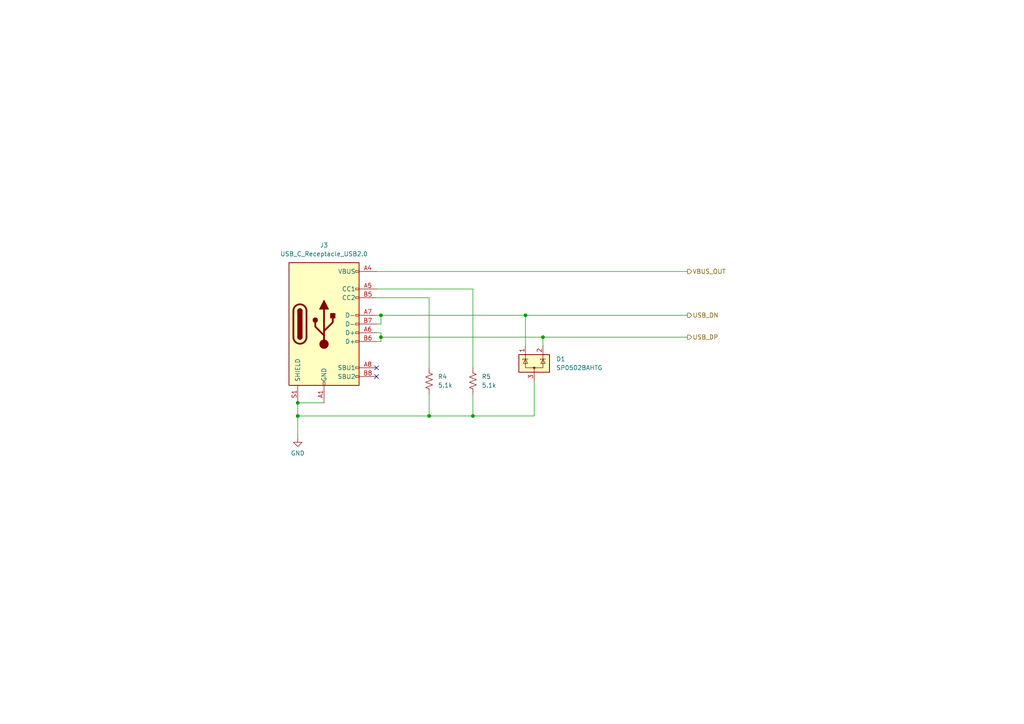
<source format=kicad_sch>
(kicad_sch (version 20211123) (generator eeschema)
  (paper "A4")
  (title_block (title "USB Port") (rev "A") (company "Matthew Mirvish") (comment 1 "MWatch -- a cool smartwatch"))
  (lib_symbols
    (symbol "Connector:USB_C_Receptacle_USB2.0" (pin_names (offset 1.016))
      (property "Reference" "J" (at -10.16 19.05 0))
      (property "Value" "USB_C_Receptacle_USB2.0" (at 19.05 19.05 0))
      (symbol "USB_C_Receptacle_USB2.0_0_0"
        (rectangle (start -0.254 -17.78) (end 0.254 -16.764))
        (rectangle (start 10.16 -14.986) (end 9.144 -15.494))
        (rectangle (start 10.16 -12.446) (end 9.144 -12.954))
        (rectangle (start 10.16 -4.826) (end 9.144 -5.334))
        (rectangle (start 10.16 -2.286) (end 9.144 -2.794))
        (rectangle (start 10.16 0.254) (end 9.144 -0.254))
        (rectangle (start 10.16 2.794) (end 9.144 2.286))
        (rectangle (start 10.16 7.874) (end 9.144 7.366))
        (rectangle (start 10.16 10.414) (end 9.144 9.906))
        (rectangle (start 10.16 15.494) (end 9.144 14.986))
      )
      (symbol "USB_C_Receptacle_USB2.0_0_1"
        (rectangle (start -10.16 17.78) (end 10.16 -17.78) (stroke (width 0.254)) (fill (type background)))
        (arc (start -8.89 -3.81) (mid -6.985 -5.715) (end -5.08 -3.81) (stroke (width 0.508)))
        (arc (start -7.62 -3.81) (mid -6.985 -4.445) (end -6.35 -3.81) (stroke (width 0.254)))
        (arc (start -7.62 -3.81) (mid -6.985 -4.445) (end -6.35 -3.81) (stroke (width 0.254)) (fill (type outline)))
        (rectangle (start -7.62 -3.81) (end -6.35 3.81) (stroke (width 0.254)) (fill (type outline)))
        (arc (start -6.35 3.81) (mid -6.985 4.445) (end -7.62 3.81) (stroke (width 0.254)))
        (arc (start -6.35 3.81) (mid -6.985 4.445) (end -7.62 3.81) (stroke (width 0.254)) (fill (type outline)))
        (arc (start -5.08 3.81) (mid -6.985 5.715) (end -8.89 3.81) (stroke (width 0.508)))
        (circle (center -2.54 1.143) (radius 0.635) (stroke (width 0.254)) (fill (type outline)))
        (circle (center 0 -5.842) (radius 1.27) (fill (type outline)))
        (polyline (pts (xy -8.89 -3.81) (xy -8.89 3.81)) (stroke (width 0.508)))
        (polyline (pts (xy -5.08 3.81) (xy -5.08 -3.81)) (stroke (width 0.508)))
        (polyline (pts (xy 0 -5.842) (xy 0 4.318)) (stroke (width 0.508)))
        (polyline (pts (xy 0 -3.302) (xy -2.54 -0.762) (xy -2.54 0.508)) (stroke (width 0.508)))
        (polyline (pts (xy 0 -2.032) (xy 2.54 0.508) (xy 2.54 1.778)) (stroke (width 0.508)))
        (polyline (pts (xy -1.27 4.318) (xy 0 6.858) (xy 1.27 4.318) (xy -1.27 4.318)) (stroke (width 0.254)) (fill (type outline)))
        (rectangle (start 1.905 1.778) (end 3.175 3.048) (stroke (width 0.254)) (fill (type outline)))
      )
      (symbol "USB_C_Receptacle_USB2.0_1_1"
        (pin passive line (at 0 -22.86 90) (length 5.08) (name "GND") (number "A1"))
        (pin passive line (at 0 -22.86 90) (length 5.08) hide (name "GND") (number "A12"))
        (pin passive line (at 15.24 15.24 180) (length 5.08) (name "VBUS") (number "A4"))
        (pin bidirectional line (at 15.24 10.16 180) (length 5.08) (name "CC1") (number "A5"))
        (pin bidirectional line (at 15.24 -2.54 180) (length 5.08) (name "D+") (number "A6"))
        (pin bidirectional line (at 15.24 2.54 180) (length 5.08) (name "D-") (number "A7"))
        (pin bidirectional line (at 15.24 -12.7 180) (length 5.08) (name "SBU1") (number "A8"))
        (pin passive line (at 15.24 15.24 180) (length 5.08) hide (name "VBUS") (number "A9"))
        (pin passive line (at 0 -22.86 90) (length 5.08) hide (name "GND") (number "B1"))
        (pin passive line (at 0 -22.86 90) (length 5.08) hide (name "GND") (number "B12"))
        (pin passive line (at 15.24 15.24 180) (length 5.08) hide (name "VBUS") (number "B4"))
        (pin bidirectional line (at 15.24 7.62 180) (length 5.08) (name "CC2") (number "B5"))
        (pin bidirectional line (at 15.24 -5.08 180) (length 5.08) (name "D+") (number "B6"))
        (pin bidirectional line (at 15.24 0 180) (length 5.08) (name "D-") (number "B7"))
        (pin bidirectional line (at 15.24 -15.24 180) (length 5.08) (name "SBU2") (number "B8"))
        (pin passive line (at 15.24 15.24 180) (length 5.08) hide (name "VBUS") (number "B9"))
        (pin passive line (at -7.62 -22.86 90) (length 5.08) (name "SHIELD") (number "S1"))
      )
    )
    (symbol "Device:R_US" (pin_numbers hide) (pin_names (offset 0))
      (property "Reference" "R" (at 2.54 0 90))
      (property "Value" "R_US" (at -2.54 0 90))
      (symbol "R_US_0_1"
        (polyline (pts (xy 0 -2.286) (xy 0 -2.54)))
        (polyline (pts (xy 0 2.286) (xy 0 2.54)))
        (polyline (pts (xy 0 -0.762) (xy 1.016 -1.143) (xy 0 -1.524) (xy -1.016 -1.905) (xy 0 -2.286)))
        (polyline (pts (xy 0 0.762) (xy 1.016 0.381) (xy 0 0) (xy -1.016 -0.381) (xy 0 -0.762)))
        (polyline (pts (xy 0 2.286) (xy 1.016 1.905) (xy 0 1.524) (xy -1.016 1.143) (xy 0 0.762)))
      )
      (symbol "R_US_1_1"
        (pin passive line (at 0 3.81 270) (length 1.27) (name "~") (number "1"))
        (pin passive line (at 0 -3.81 90) (length 1.27) (name "~") (number "2"))
      )
    )
    (symbol "Power_Protection:SP0502BAHT" (pin_names hide)
      (property "Reference" "D" (at 5.715 2.54 0))
      (property "Value" "SP0502BAHT" (at 5.715 0.635 0))
      (symbol "SP0502BAHT_0_0"
        (pin passive line (at 0 -5.08 90) (length 2.54) (name "A") (number "3"))
      )
      (symbol "SP0502BAHT_0_1"
        (rectangle (start -4.445 2.54) (end 4.445 -2.54) (stroke (width 0.254)) (fill (type background)))
        (circle (center 0 -1.27) (radius 0.254) (fill (type outline)))
        (polyline (pts (xy -2.54 2.54) (xy -2.54 1.27)))
        (polyline (pts (xy 0 -1.27) (xy 0 -2.54)))
        (polyline (pts (xy 2.54 2.54) (xy 2.54 1.27)))
        (polyline (pts (xy -3.302 1.016) (xy -3.302 1.27) (xy -1.905 1.27) (xy -1.778 1.27)))
        (polyline (pts (xy -2.54 1.27) (xy -2.54 -1.27) (xy 2.54 -1.27) (xy 2.54 1.27)))
        (polyline (pts (xy -2.54 1.27) (xy -1.905 0) (xy -3.175 0) (xy -2.54 1.27)))
        (polyline (pts (xy 1.778 1.016) (xy 1.778 1.27) (xy 3.175 1.27) (xy 3.302 1.27)))
        (polyline (pts (xy 2.54 1.27) (xy 1.905 0) (xy 3.175 0) (xy 2.54 1.27)))
      )
      (symbol "SP0502BAHT_1_1"
        (pin passive line (at -2.54 5.08 270) (length 2.54) (name "K") (number "1"))
        (pin passive line (at 2.54 5.08 270) (length 2.54) (name "K") (number "2"))
      )
    )
    (symbol "power:GND" (power) (pin_names (offset 0))
      (property "Value" "GND" (at 0 -3.81 0))
      (symbol "GND_0_1"
        (polyline (pts (xy 0 0) (xy 0 -1.27) (xy 1.27 -1.27) (xy 0 -2.54) (xy -1.27 -1.27) (xy 0 -1.27)))
      )
      (symbol "GND_1_1"
        (pin power_in line (at 0 0 270) (length 0) hide (name "GND") (number "1"))
      )
    )
  )
  (junction (at 86.36 116.84))
  (junction (at 152.4 91.44))
  (junction (at 110.49 91.44))
  (junction (at 137.16 120.65))
  (junction (at 86.36 120.65))
  (junction (at 110.49 97.79))
  (junction (at 157.48 97.79))
  (junction (at 124.46 120.65))
  (no_connect (at 109.22 106.68))
  (no_connect (at 109.22 109.22))
  (wire (pts (xy 86.36 116.84) (xy 93.98 116.84)))
  (wire (pts (xy 110.49 93.98) (xy 110.49 91.44)))
  (wire (pts (xy 109.22 78.74) (xy 199.39 78.74)))
  (wire (pts (xy 109.22 83.82) (xy 137.16 83.82)))
  (wire (pts (xy 137.16 120.65) (xy 137.16 114.3)))
  (wire (pts (xy 110.49 97.79) (xy 110.49 99.06)))
  (wire (pts (xy 109.22 93.98) (xy 110.49 93.98)))
  (wire (pts (xy 137.16 120.65) (xy 154.94 120.65)))
  (wire (pts (xy 137.16 83.82) (xy 137.16 106.68)))
  (wire (pts (xy 124.46 120.65) (xy 137.16 120.65)))
  (wire (pts (xy 86.36 116.84) (xy 86.36 120.65)))
  (wire (pts (xy 109.22 96.52) (xy 110.49 96.52)))
  (wire (pts (xy 124.46 120.65) (xy 124.46 114.3)))
  (wire (pts (xy 124.46 86.36) (xy 124.46 106.68)))
  (wire (pts (xy 110.49 97.79) (xy 157.48 97.79)))
  (wire (pts (xy 110.49 91.44) (xy 109.22 91.44)))
  (wire (pts (xy 157.48 97.79) (xy 157.48 100.33)))
  (wire (pts (xy 110.49 96.52) (xy 110.49 97.79)))
  (wire (pts (xy 110.49 91.44) (xy 152.4 91.44)))
  (wire (pts (xy 110.49 99.06) (xy 109.22 99.06)))
  (wire (pts (xy 154.94 120.65) (xy 154.94 110.49)))
  (wire (pts (xy 152.4 91.44) (xy 152.4 100.33)))
  (wire (pts (xy 157.48 97.79) (xy 199.39 97.79)))
  (wire (pts (xy 86.36 120.65) (xy 86.36 127)))
  (wire (pts (xy 109.22 86.36) (xy 124.46 86.36)))
  (wire (pts (xy 86.36 120.65) (xy 124.46 120.65)))
  (wire (pts (xy 152.4 91.44) (xy 199.39 91.44)))
  (hierarchical_label "USB_DN" (shape output) (at 199.39 91.44 0))
  (hierarchical_label "VBUS_OUT" (shape output) (at 199.39 78.74 0))
  (hierarchical_label "USB_DP" (shape output) (at 199.39 97.79 0))
  (symbol (lib_id "Device:R_US") (at 137.16 110.49 0) (unit 1)
    (property "Reference" "R5" (at 139.7 109.2199 0) (effects (justify left)))
    (property "Value" "5.1k" (at 139.7 111.7599 0) (effects (justify left)))
    (property "Footprint" "Resistor_SMD:R_0201_0603Metric" (effects hide))
    (property "Description" "RES SMD 5.1KOHM 1% 1/20W 0201" (effects hide))
  )
  (symbol (lib_id "Power_Protection:SP0502BAHT") (at 154.94 105.41 0) (unit 1)
    (property "Reference" "D1" (at 161.29 104.1399 0) (effects (justify left)))
    (property "Value" "SP0502BAHTG" (at 161.29 106.6799 0) (effects (justify left)))
    (property "Footprint" "Package_TO_SOT_SMD:SOT-23" (effects hide))
    (property "Datasheet" "http://www.littelfuse.com/~/media/files/littelfuse/technical%20resources/documents/data%20sheets/sp05xxba.pdf" (effects hide))
    (property "Description" "DIODE TVS 5.5VWM 8.5VC SOT23-3" (effects hide))
    (property "MPN" "SP0502BAHTG" (effects hide))
  )
  (symbol (lib_id "Device:R_US") (at 124.46 110.49 0) (unit 1)
    (property "Reference" "R4" (at 127 109.2199 0) (effects (justify left)))
    (property "Value" "5.1k" (at 127 111.7599 0) (effects (justify left)))
    (property "Footprint" "Resistor_SMD:R_0201_0603Metric" (effects hide))
    (property "Description" "RES SMD 5.1KOHM 1% 1/20W 0201" (effects hide))
  )
  (symbol (lib_id "Connector:USB_C_Receptacle_USB2.0") (at 93.98 93.98 0) (unit 1)
    (property "Reference" "J3" (at 93.98 71.12 0))
    (property "Value" "USB_C_Receptacle_USB2.0" (at 93.98 73.66 0))
    (property "Footprint" "Connector_USB:USB_C_Receptacle_XKB_U262-16XN-4BVC11" (effects hide))
    (property "Datasheet" "https://www.usb.org/sites/default/files/documents/usb_type-c.zip" (effects hide))
    (property "Description" "CONN RCP USB3.1 TYPEC SMD RA" (effects hide))
    (property "MPN" "U262-161N-4BVC11" (effects hide))
  )
  (symbol (lib_id "power:GND") (at 86.36 127 0) (unit 1)
    (property "Reference" "#PWR08" (effects hide))
    (property "Value" "GND" (at 86.36 131.445 0))
  )
)
</source>
